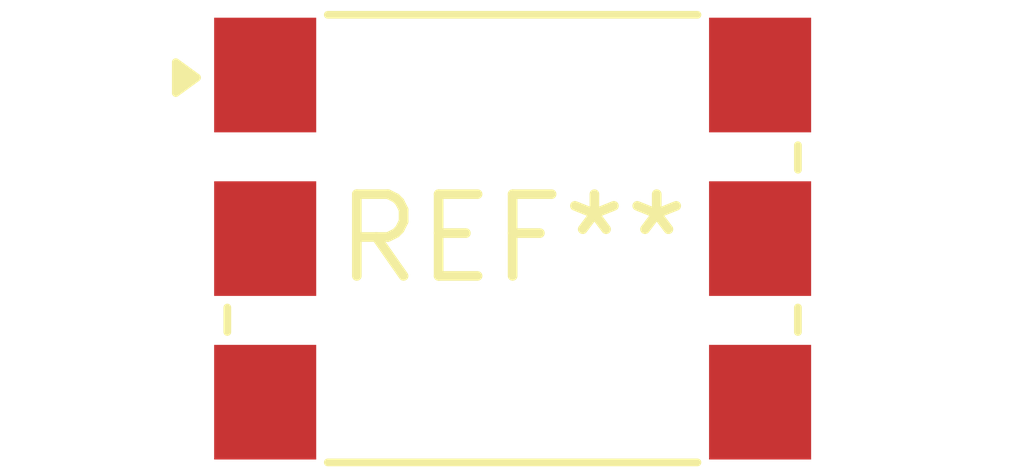
<source format=kicad_pcb>
(kicad_pcb (version 20240108) (generator pcbnew)
  (layers (0 "F.Cu" signal) (31 "B.Cu" signal) (34 "B.Paste" user) (35 "F.Paste" user) (36 "B.SilkS" user "B.Silkscreen") (37 "F.SilkS" user "F.Silkscreen") (38 "B.Mask" user) (39 "F.Mask" user) (44 "Edge.Cuts" user))
  (net 0 "")
  (footprint "Pulse_PA2004NL" (layer "F.Cu") (at 0 0)
    (property "Reference" "REF**")
    (property "Value" "Pulse_PA2004NL")
    (fp_line (start -4.43 1.07) (end -4.43 1.45) (layer "F.SilkS") (stroke (width 0.12)))
    (fp_line (start -2.87 -3.475) (end 2.87 -3.475) (layer "F.SilkS") (stroke (width 0.12)))
    (fp_line (start -2.87 3.475) (end 2.87 3.475) (layer "F.SilkS") (stroke (width 0.12)))
    (fp_line (start 4.43 -1.45) (end 4.43 -1.07) (layer "F.SilkS") (stroke (width 0.12)))
    (fp_line (start 4.43 1.45) (end 4.43 1.07) (layer "F.SilkS") (stroke (width 0.12)))
    (fp_poly (pts (xy -4.9 -2.5) (xy -5.23 -2.26) (xy -5.23 -2.74) (xy -4.9 -2.5)) (layer "F.SilkS") (stroke (width 0.12)) (fill solid))
    (pad "1" smd rect (at -3.8425 -2.54) (size 1.585 1.78) (layers "F.Cu" "F.Paste" "F.Mask"))
    (pad "2" smd rect (at -3.8425 0) (size 1.585 1.78) (layers "F.Cu" "F.Paste" "F.Mask"))
    (pad "3" smd rect (at -3.8425 2.54) (size 1.585 1.78) (layers "F.Cu" "F.Paste" "F.Mask"))
    (pad "4" smd rect (at 3.8425 2.54) (size 1.585 1.78) (layers "F.Cu" "F.Paste" "F.Mask"))
    (pad "5" smd rect (at 3.8425 0) (size 1.585 1.78) (layers "F.Cu" "F.Paste" "F.Mask"))
    (pad "6" smd rect (at 3.8425 -2.54) (size 1.585 1.78) (layers "F.Cu" "F.Paste" "F.Mask"))
  )
)
</source>
